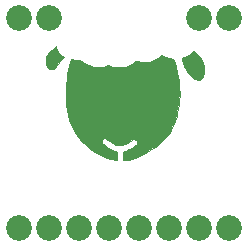
<source format=gts>
G04 #@! TF.FileFunction,Soldermask,Top*
%FSLAX46Y46*%
G04 Gerber Fmt 4.6, Leading zero omitted, Abs format (unit mm)*
G04 Created by KiCad (PCBNEW 4.0.7) date 09/17/17 22:01:51*
%MOMM*%
%LPD*%
G01*
G04 APERTURE LIST*
%ADD10C,0.100000*%
%ADD11C,2.178000*%
%ADD12C,0.025400*%
G04 APERTURE END LIST*
D10*
D11*
X52303680Y-39850060D03*
X54843680Y-39850060D03*
X67543680Y-39850060D03*
X70083680Y-39850060D03*
X52303680Y-57630060D03*
X54843680Y-57630060D03*
X57383680Y-57630060D03*
X59923680Y-57630060D03*
X62463680Y-57630060D03*
X65003680Y-57630060D03*
X67543680Y-57630060D03*
X70083680Y-57630060D03*
D12*
G36*
X55459935Y-42388641D02*
X55461121Y-42392340D01*
X55551121Y-42572340D01*
X55552184Y-42574096D01*
X55682184Y-42754096D01*
X55683148Y-42755274D01*
X55803148Y-42885274D01*
X55804860Y-42886820D01*
X55964860Y-43006820D01*
X55965749Y-43007430D01*
X56112211Y-43098969D01*
X56013500Y-43197680D01*
X56011590Y-43200126D01*
X55831966Y-43499500D01*
X55632552Y-43758737D01*
X55493243Y-43927898D01*
X55374698Y-44036564D01*
X55237256Y-44124920D01*
X55130215Y-44154113D01*
X55022955Y-44163864D01*
X54907257Y-44144581D01*
X54820038Y-44086435D01*
X54712233Y-43998231D01*
X54653964Y-43901117D01*
X54624772Y-43823269D01*
X54605099Y-43715071D01*
X54595180Y-43576203D01*
X54595180Y-43457187D01*
X54605058Y-43338651D01*
X54644710Y-43170130D01*
X54704305Y-42991345D01*
X54763447Y-42863204D01*
X54882100Y-42705000D01*
X54921460Y-42665640D01*
X54922123Y-42664925D01*
X54981588Y-42595549D01*
X55080738Y-42506314D01*
X55433370Y-42220396D01*
X55459935Y-42388641D01*
X55459935Y-42388641D01*
G37*
X55459935Y-42388641D02*
X55461121Y-42392340D01*
X55551121Y-42572340D01*
X55552184Y-42574096D01*
X55682184Y-42754096D01*
X55683148Y-42755274D01*
X55803148Y-42885274D01*
X55804860Y-42886820D01*
X55964860Y-43006820D01*
X55965749Y-43007430D01*
X56112211Y-43098969D01*
X56013500Y-43197680D01*
X56011590Y-43200126D01*
X55831966Y-43499500D01*
X55632552Y-43758737D01*
X55493243Y-43927898D01*
X55374698Y-44036564D01*
X55237256Y-44124920D01*
X55130215Y-44154113D01*
X55022955Y-44163864D01*
X54907257Y-44144581D01*
X54820038Y-44086435D01*
X54712233Y-43998231D01*
X54653964Y-43901117D01*
X54624772Y-43823269D01*
X54605099Y-43715071D01*
X54595180Y-43576203D01*
X54595180Y-43457187D01*
X54605058Y-43338651D01*
X54644710Y-43170130D01*
X54704305Y-42991345D01*
X54763447Y-42863204D01*
X54882100Y-42705000D01*
X54921460Y-42665640D01*
X54922123Y-42664925D01*
X54981588Y-42595549D01*
X55080738Y-42506314D01*
X55433370Y-42220396D01*
X55459935Y-42388641D01*
G36*
X67133500Y-42615640D02*
X67135010Y-42616931D01*
X67244065Y-42696244D01*
X67423020Y-42885140D01*
X67532448Y-43014464D01*
X67632079Y-43153948D01*
X67721610Y-43283271D01*
X67811184Y-43452466D01*
X67880779Y-43591656D01*
X67930252Y-43730182D01*
X67970082Y-43909415D01*
X67970269Y-43910149D01*
X68009891Y-44048825D01*
X68019758Y-44206706D01*
X68009846Y-44385132D01*
X67980107Y-44543737D01*
X67940382Y-44682775D01*
X67891001Y-44821043D01*
X67822512Y-44928668D01*
X67735730Y-45015450D01*
X67610572Y-45053960D01*
X67444540Y-45053960D01*
X67237478Y-44984939D01*
X67049194Y-44885842D01*
X66871099Y-44757218D01*
X66672555Y-44528892D01*
X66523398Y-44310129D01*
X66403897Y-44081085D01*
X66304165Y-43861676D01*
X66204308Y-43612033D01*
X66174499Y-43532542D01*
X66124676Y-43373107D01*
X66094845Y-43263728D01*
X66085361Y-43216311D01*
X66295822Y-43158913D01*
X66298648Y-43157762D01*
X66387619Y-43108334D01*
X66536496Y-43058708D01*
X66538160Y-43058019D01*
X66718160Y-42968019D01*
X66719525Y-42967227D01*
X66839525Y-42887227D01*
X66840843Y-42886218D01*
X66920843Y-42816218D01*
X66921460Y-42815640D01*
X67011460Y-42725640D01*
X67012123Y-42724925D01*
X67072123Y-42654925D01*
X67072814Y-42654042D01*
X67114101Y-42596241D01*
X67133500Y-42615640D01*
X67133500Y-42615640D01*
G37*
X67133500Y-42615640D02*
X67135010Y-42616931D01*
X67244065Y-42696244D01*
X67423020Y-42885140D01*
X67532448Y-43014464D01*
X67632079Y-43153948D01*
X67721610Y-43283271D01*
X67811184Y-43452466D01*
X67880779Y-43591656D01*
X67930252Y-43730182D01*
X67970082Y-43909415D01*
X67970269Y-43910149D01*
X68009891Y-44048825D01*
X68019758Y-44206706D01*
X68009846Y-44385132D01*
X67980107Y-44543737D01*
X67940382Y-44682775D01*
X67891001Y-44821043D01*
X67822512Y-44928668D01*
X67735730Y-45015450D01*
X67610572Y-45053960D01*
X67444540Y-45053960D01*
X67237478Y-44984939D01*
X67049194Y-44885842D01*
X66871099Y-44757218D01*
X66672555Y-44528892D01*
X66523398Y-44310129D01*
X66403897Y-44081085D01*
X66304165Y-43861676D01*
X66204308Y-43612033D01*
X66174499Y-43532542D01*
X66124676Y-43373107D01*
X66094845Y-43263728D01*
X66085361Y-43216311D01*
X66295822Y-43158913D01*
X66298648Y-43157762D01*
X66387619Y-43108334D01*
X66536496Y-43058708D01*
X66538160Y-43058019D01*
X66718160Y-42968019D01*
X66719525Y-42967227D01*
X66839525Y-42887227D01*
X66840843Y-42886218D01*
X66920843Y-42816218D01*
X66921460Y-42815640D01*
X67011460Y-42725640D01*
X67012123Y-42724925D01*
X67072123Y-42654925D01*
X67072814Y-42654042D01*
X67114101Y-42596241D01*
X67133500Y-42615640D01*
G36*
X64526538Y-43067884D02*
X64527852Y-43068487D01*
X64757852Y-43158487D01*
X64759138Y-43158913D01*
X64979138Y-43218913D01*
X64979989Y-43219113D01*
X65129989Y-43249113D01*
X65131078Y-43249282D01*
X65311078Y-43269282D01*
X65311216Y-43269297D01*
X65402759Y-43278451D01*
X65490279Y-43570185D01*
X65620195Y-44019894D01*
X65730038Y-44479240D01*
X65829934Y-45048642D01*
X65879853Y-45408059D01*
X65909808Y-45767521D01*
X65929780Y-46156979D01*
X65929780Y-46356389D01*
X65909810Y-46805709D01*
X65869890Y-47184948D01*
X65820012Y-47484221D01*
X65730139Y-47883655D01*
X65660292Y-48153064D01*
X65530600Y-48542140D01*
X65380903Y-48891434D01*
X65181367Y-49310458D01*
X64981967Y-49619529D01*
X64832531Y-49828739D01*
X64603221Y-50087959D01*
X64363906Y-50327274D01*
X64184476Y-50476799D01*
X63984696Y-50636623D01*
X63705093Y-50846326D01*
X63455579Y-51015994D01*
X63196087Y-51175682D01*
X62816695Y-51385346D01*
X62497499Y-51534969D01*
X62108383Y-51684629D01*
X61639571Y-51824276D01*
X61410686Y-51864082D01*
X61154716Y-51892523D01*
X61145173Y-51606237D01*
X61145171Y-51606172D01*
X61135180Y-51346406D01*
X61135180Y-51147259D01*
X61234752Y-51129155D01*
X61236496Y-51128708D01*
X61476496Y-51048708D01*
X61478160Y-51048019D01*
X61658160Y-50958019D01*
X61658879Y-50957630D01*
X61898879Y-50817630D01*
X61899950Y-50816931D01*
X62009950Y-50736931D01*
X62010195Y-50736748D01*
X62180195Y-50606748D01*
X62180745Y-50606303D01*
X62250745Y-50546303D01*
X62253507Y-50542961D01*
X62293507Y-50472961D01*
X62294528Y-50470676D01*
X62314528Y-50410676D01*
X62315180Y-50406660D01*
X62315180Y-50326660D01*
X62314528Y-50322644D01*
X62294528Y-50262644D01*
X62293839Y-50260980D01*
X62263839Y-50200980D01*
X62260414Y-50196743D01*
X62210414Y-50156743D01*
X62209014Y-50155770D01*
X62159014Y-50125770D01*
X62157483Y-50124987D01*
X62087483Y-50094987D01*
X62082480Y-50093960D01*
X62022480Y-50093960D01*
X62020392Y-50094133D01*
X61960392Y-50104133D01*
X61956800Y-50105301D01*
X61896800Y-50135301D01*
X61893500Y-50137680D01*
X61854287Y-50176893D01*
X61655371Y-50316134D01*
X61456274Y-50445547D01*
X61267652Y-50534895D01*
X61069315Y-50604313D01*
X60951430Y-50623960D01*
X60843271Y-50623960D01*
X60685301Y-50604214D01*
X60507165Y-50544835D01*
X60378395Y-50485403D01*
X60109480Y-50326046D01*
X59850038Y-50136454D01*
X59730100Y-50046500D01*
X59727197Y-50044868D01*
X59677197Y-50024868D01*
X59674055Y-50024058D01*
X59594055Y-50014058D01*
X59590905Y-50014058D01*
X59510905Y-50024058D01*
X59505435Y-50026093D01*
X59445435Y-50066093D01*
X59444546Y-50066743D01*
X59394546Y-50106743D01*
X59392320Y-50109040D01*
X59362320Y-50149040D01*
X59360269Y-50153171D01*
X59340269Y-50223171D01*
X59339878Y-50225085D01*
X59329878Y-50305085D01*
X59329953Y-50308748D01*
X59339953Y-50368748D01*
X59340432Y-50370676D01*
X59360432Y-50430676D01*
X59362922Y-50435023D01*
X59432922Y-50515023D01*
X59435251Y-50517102D01*
X59565056Y-50606967D01*
X59764860Y-50756820D01*
X59765530Y-50757290D01*
X60025530Y-50927290D01*
X60026984Y-50928109D01*
X60276984Y-51048109D01*
X60277877Y-51048496D01*
X60457877Y-51118496D01*
X60459624Y-51119035D01*
X60580043Y-51146824D01*
X60599382Y-51881734D01*
X60424945Y-51854191D01*
X60215464Y-51804315D01*
X60016110Y-51754477D01*
X59786721Y-51674689D01*
X59567226Y-51594873D01*
X59317981Y-51485205D01*
X59088392Y-51365419D01*
X58829029Y-51225762D01*
X58349984Y-50906399D01*
X58100600Y-50706892D01*
X57871020Y-50507257D01*
X57691703Y-50337902D01*
X57402413Y-49998735D01*
X57173102Y-49689664D01*
X56923786Y-49260840D01*
X56734244Y-48841852D01*
X56584519Y-48432603D01*
X56464782Y-48043459D01*
X56374989Y-47624425D01*
X56315080Y-47205058D01*
X56275170Y-46855847D01*
X56265185Y-46166909D01*
X56295145Y-45627636D01*
X56355096Y-45008139D01*
X56405025Y-44648654D01*
X56484843Y-44199678D01*
X56584602Y-43880448D01*
X56584710Y-43880084D01*
X56654710Y-43630084D01*
X56654733Y-43630002D01*
X56714702Y-43410116D01*
X56739696Y-43326802D01*
X56741825Y-43325260D01*
X56743839Y-43322340D01*
X56749183Y-43311652D01*
X56849138Y-43338913D01*
X56850684Y-43339232D01*
X56990684Y-43359232D01*
X56991575Y-43359328D01*
X57131575Y-43369328D01*
X57281635Y-43379332D01*
X57282480Y-43379360D01*
X57527781Y-43379360D01*
X57594215Y-43436303D01*
X57594438Y-43436489D01*
X57704438Y-43526489D01*
X57705010Y-43526931D01*
X57815010Y-43606931D01*
X57815946Y-43607550D01*
X57915946Y-43667550D01*
X57916081Y-43667630D01*
X58036081Y-43737630D01*
X58036800Y-43738019D01*
X58236800Y-43838019D01*
X58237763Y-43838452D01*
X58387763Y-43898452D01*
X58388896Y-43898844D01*
X58558896Y-43948844D01*
X58559989Y-43949113D01*
X58759989Y-43989113D01*
X58761425Y-43989316D01*
X58881425Y-43999316D01*
X58882480Y-43999360D01*
X59112480Y-43999360D01*
X59113226Y-43999338D01*
X59283226Y-43989338D01*
X59284656Y-43989172D01*
X59514656Y-43949172D01*
X59516304Y-43948770D01*
X59706304Y-43888770D01*
X59707917Y-43888137D01*
X59892519Y-43800694D01*
X60037109Y-43868169D01*
X60038782Y-43868810D01*
X60268782Y-43938810D01*
X60270082Y-43939131D01*
X60530082Y-43989131D01*
X60531425Y-43989316D01*
X60771425Y-44009316D01*
X60772968Y-44009351D01*
X61032968Y-43999351D01*
X61034971Y-43999113D01*
X61284971Y-43949113D01*
X61285904Y-43948890D01*
X61535904Y-43878890D01*
X61538160Y-43878019D01*
X61858160Y-43718019D01*
X61860177Y-43716762D01*
X62070177Y-43556762D01*
X62071062Y-43556022D01*
X62186156Y-43450519D01*
X62399665Y-43499044D01*
X62400837Y-43499253D01*
X62630837Y-43529253D01*
X62631972Y-43529350D01*
X62881972Y-43539350D01*
X62882480Y-43539360D01*
X63112480Y-43539360D01*
X63113684Y-43539303D01*
X63323684Y-43519303D01*
X63325178Y-43519070D01*
X63555178Y-43469070D01*
X63556268Y-43468782D01*
X63716268Y-43418782D01*
X63717772Y-43418205D01*
X63957772Y-43308205D01*
X63958456Y-43307866D01*
X64108456Y-43227866D01*
X64110610Y-43226416D01*
X64230610Y-43126416D01*
X64231764Y-43125325D01*
X64365130Y-42982433D01*
X64526538Y-43067884D01*
X64526538Y-43067884D01*
G37*
X64526538Y-43067884D02*
X64527852Y-43068487D01*
X64757852Y-43158487D01*
X64759138Y-43158913D01*
X64979138Y-43218913D01*
X64979989Y-43219113D01*
X65129989Y-43249113D01*
X65131078Y-43249282D01*
X65311078Y-43269282D01*
X65311216Y-43269297D01*
X65402759Y-43278451D01*
X65490279Y-43570185D01*
X65620195Y-44019894D01*
X65730038Y-44479240D01*
X65829934Y-45048642D01*
X65879853Y-45408059D01*
X65909808Y-45767521D01*
X65929780Y-46156979D01*
X65929780Y-46356389D01*
X65909810Y-46805709D01*
X65869890Y-47184948D01*
X65820012Y-47484221D01*
X65730139Y-47883655D01*
X65660292Y-48153064D01*
X65530600Y-48542140D01*
X65380903Y-48891434D01*
X65181367Y-49310458D01*
X64981967Y-49619529D01*
X64832531Y-49828739D01*
X64603221Y-50087959D01*
X64363906Y-50327274D01*
X64184476Y-50476799D01*
X63984696Y-50636623D01*
X63705093Y-50846326D01*
X63455579Y-51015994D01*
X63196087Y-51175682D01*
X62816695Y-51385346D01*
X62497499Y-51534969D01*
X62108383Y-51684629D01*
X61639571Y-51824276D01*
X61410686Y-51864082D01*
X61154716Y-51892523D01*
X61145173Y-51606237D01*
X61145171Y-51606172D01*
X61135180Y-51346406D01*
X61135180Y-51147259D01*
X61234752Y-51129155D01*
X61236496Y-51128708D01*
X61476496Y-51048708D01*
X61478160Y-51048019D01*
X61658160Y-50958019D01*
X61658879Y-50957630D01*
X61898879Y-50817630D01*
X61899950Y-50816931D01*
X62009950Y-50736931D01*
X62010195Y-50736748D01*
X62180195Y-50606748D01*
X62180745Y-50606303D01*
X62250745Y-50546303D01*
X62253507Y-50542961D01*
X62293507Y-50472961D01*
X62294528Y-50470676D01*
X62314528Y-50410676D01*
X62315180Y-50406660D01*
X62315180Y-50326660D01*
X62314528Y-50322644D01*
X62294528Y-50262644D01*
X62293839Y-50260980D01*
X62263839Y-50200980D01*
X62260414Y-50196743D01*
X62210414Y-50156743D01*
X62209014Y-50155770D01*
X62159014Y-50125770D01*
X62157483Y-50124987D01*
X62087483Y-50094987D01*
X62082480Y-50093960D01*
X62022480Y-50093960D01*
X62020392Y-50094133D01*
X61960392Y-50104133D01*
X61956800Y-50105301D01*
X61896800Y-50135301D01*
X61893500Y-50137680D01*
X61854287Y-50176893D01*
X61655371Y-50316134D01*
X61456274Y-50445547D01*
X61267652Y-50534895D01*
X61069315Y-50604313D01*
X60951430Y-50623960D01*
X60843271Y-50623960D01*
X60685301Y-50604214D01*
X60507165Y-50544835D01*
X60378395Y-50485403D01*
X60109480Y-50326046D01*
X59850038Y-50136454D01*
X59730100Y-50046500D01*
X59727197Y-50044868D01*
X59677197Y-50024868D01*
X59674055Y-50024058D01*
X59594055Y-50014058D01*
X59590905Y-50014058D01*
X59510905Y-50024058D01*
X59505435Y-50026093D01*
X59445435Y-50066093D01*
X59444546Y-50066743D01*
X59394546Y-50106743D01*
X59392320Y-50109040D01*
X59362320Y-50149040D01*
X59360269Y-50153171D01*
X59340269Y-50223171D01*
X59339878Y-50225085D01*
X59329878Y-50305085D01*
X59329953Y-50308748D01*
X59339953Y-50368748D01*
X59340432Y-50370676D01*
X59360432Y-50430676D01*
X59362922Y-50435023D01*
X59432922Y-50515023D01*
X59435251Y-50517102D01*
X59565056Y-50606967D01*
X59764860Y-50756820D01*
X59765530Y-50757290D01*
X60025530Y-50927290D01*
X60026984Y-50928109D01*
X60276984Y-51048109D01*
X60277877Y-51048496D01*
X60457877Y-51118496D01*
X60459624Y-51119035D01*
X60580043Y-51146824D01*
X60599382Y-51881734D01*
X60424945Y-51854191D01*
X60215464Y-51804315D01*
X60016110Y-51754477D01*
X59786721Y-51674689D01*
X59567226Y-51594873D01*
X59317981Y-51485205D01*
X59088392Y-51365419D01*
X58829029Y-51225762D01*
X58349984Y-50906399D01*
X58100600Y-50706892D01*
X57871020Y-50507257D01*
X57691703Y-50337902D01*
X57402413Y-49998735D01*
X57173102Y-49689664D01*
X56923786Y-49260840D01*
X56734244Y-48841852D01*
X56584519Y-48432603D01*
X56464782Y-48043459D01*
X56374989Y-47624425D01*
X56315080Y-47205058D01*
X56275170Y-46855847D01*
X56265185Y-46166909D01*
X56295145Y-45627636D01*
X56355096Y-45008139D01*
X56405025Y-44648654D01*
X56484843Y-44199678D01*
X56584602Y-43880448D01*
X56584710Y-43880084D01*
X56654710Y-43630084D01*
X56654733Y-43630002D01*
X56714702Y-43410116D01*
X56739696Y-43326802D01*
X56741825Y-43325260D01*
X56743839Y-43322340D01*
X56749183Y-43311652D01*
X56849138Y-43338913D01*
X56850684Y-43339232D01*
X56990684Y-43359232D01*
X56991575Y-43359328D01*
X57131575Y-43369328D01*
X57281635Y-43379332D01*
X57282480Y-43379360D01*
X57527781Y-43379360D01*
X57594215Y-43436303D01*
X57594438Y-43436489D01*
X57704438Y-43526489D01*
X57705010Y-43526931D01*
X57815010Y-43606931D01*
X57815946Y-43607550D01*
X57915946Y-43667550D01*
X57916081Y-43667630D01*
X58036081Y-43737630D01*
X58036800Y-43738019D01*
X58236800Y-43838019D01*
X58237763Y-43838452D01*
X58387763Y-43898452D01*
X58388896Y-43898844D01*
X58558896Y-43948844D01*
X58559989Y-43949113D01*
X58759989Y-43989113D01*
X58761425Y-43989316D01*
X58881425Y-43999316D01*
X58882480Y-43999360D01*
X59112480Y-43999360D01*
X59113226Y-43999338D01*
X59283226Y-43989338D01*
X59284656Y-43989172D01*
X59514656Y-43949172D01*
X59516304Y-43948770D01*
X59706304Y-43888770D01*
X59707917Y-43888137D01*
X59892519Y-43800694D01*
X60037109Y-43868169D01*
X60038782Y-43868810D01*
X60268782Y-43938810D01*
X60270082Y-43939131D01*
X60530082Y-43989131D01*
X60531425Y-43989316D01*
X60771425Y-44009316D01*
X60772968Y-44009351D01*
X61032968Y-43999351D01*
X61034971Y-43999113D01*
X61284971Y-43949113D01*
X61285904Y-43948890D01*
X61535904Y-43878890D01*
X61538160Y-43878019D01*
X61858160Y-43718019D01*
X61860177Y-43716762D01*
X62070177Y-43556762D01*
X62071062Y-43556022D01*
X62186156Y-43450519D01*
X62399665Y-43499044D01*
X62400837Y-43499253D01*
X62630837Y-43529253D01*
X62631972Y-43529350D01*
X62881972Y-43539350D01*
X62882480Y-43539360D01*
X63112480Y-43539360D01*
X63113684Y-43539303D01*
X63323684Y-43519303D01*
X63325178Y-43519070D01*
X63555178Y-43469070D01*
X63556268Y-43468782D01*
X63716268Y-43418782D01*
X63717772Y-43418205D01*
X63957772Y-43308205D01*
X63958456Y-43307866D01*
X64108456Y-43227866D01*
X64110610Y-43226416D01*
X64230610Y-43126416D01*
X64231764Y-43125325D01*
X64365130Y-42982433D01*
X64526538Y-43067884D01*
M02*

</source>
